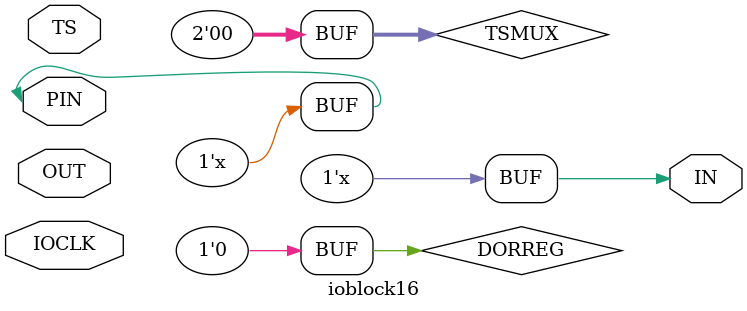
<source format=v>
module ioblock16(
	       inout  PIN,
	       input  TS,
	       input  OUT,
	       output IN,
	       input IOCLK
	       );
   
   reg 		     D;
   reg [2-1:0] 	     TSMUX;
   reg 		     DORREG;

   assign PIN = ( TSMUX == 2'b00 ) ? 1'bz : (( TSMUX == 2'b01 && TS == 1'b1 ) ? OUT : (( TSMUX == 2'b01 && TS == 1'b0 ) ? 1'bz : OUT));
   assign IN  = ( DORREG == 1'b0 ) ? PIN  : D;
   
   initial
     begin
	D=1'b0;
	TSMUX=2'b00;
	DORREG=1'b0;
     end
   
   always @(posedge IOCLK) D=PIN;
   
endmodule       

</source>
